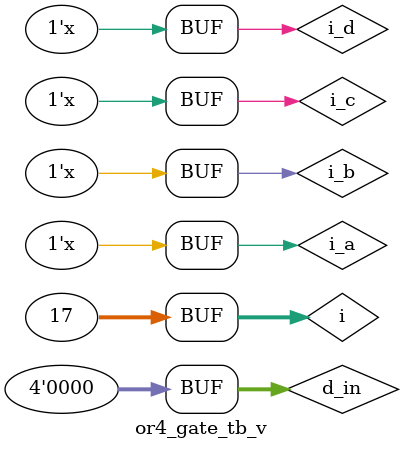
<source format=v>


`timescale 1ms/1ms

module or4_gate_tb_v;
  wire o_f;
  reg i_a, i_b, i_c, i_d;
  reg [1:4] d_in = 4'b0000;
  integer i;
  
  // duv options: 
  or4_gate_v__equation   duv (.i_a(i_a), .i_b(i_b), .i_c(i_c), .i_d(i_d), .o_f(o_f)); // port map
  // or4_gate_v__behavior   duv (.i_a(i_a), .i_b(i_b), .i_c(i_c), .i_d(i_d), .o_f(o_f)); // port map
  // or4_gate_v__cmpnt_self duv (.i_a(i_a), .i_b(i_b), .i_c(i_c), .i_d(i_d), .o_f(o_f)); // port map



  //procedure statement
  initial begin
      
      for (i = 0 ; i < 17 ; i = i + 1) begin
        #1000 i_a = d_in[1]; i_b = d_in[2]; i_c = d_in[3]; i_d = d_in[4];
        d_in = d_in + 1;
      end
    
    end

endmodule

</source>
